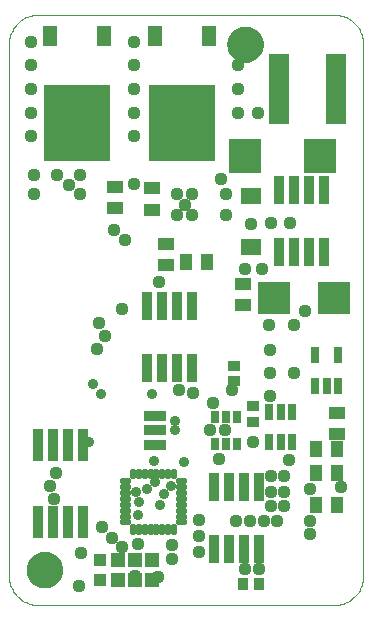
<source format=gts>
G75*
G70*
%OFA0B0*%
%FSLAX24Y24*%
%IPPOS*%
%LPD*%
%AMOC8*
5,1,8,0,0,1.08239X$1,22.5*
%
%ADD10C,0.0000*%
%ADD11R,0.2206X0.2521*%
%ADD12R,0.0474X0.0710*%
%ADD13R,0.0320X0.0950*%
%ADD14R,0.0395X0.0552*%
%ADD15R,0.0552X0.0395*%
%ADD16R,0.0297X0.0552*%
%ADD17R,0.0316X0.0434*%
%ADD18R,0.0434X0.0356*%
%ADD19R,0.0749X0.0356*%
%ADD20C,0.0099*%
%ADD21R,0.0460X0.0480*%
%ADD22R,0.0434X0.0395*%
%ADD23R,0.0320X0.1104*%
%ADD24R,0.0356X0.0434*%
%ADD25R,0.0659X0.0580*%
%ADD26R,0.0710X0.2324*%
%ADD27R,0.1084X0.1064*%
%ADD28R,0.1084X0.1143*%
%ADD29C,0.0500*%
%ADD30C,0.0474*%
%ADD31C,0.0437*%
%ADD32C,0.0358*%
D10*
X016013Y005469D02*
X016013Y023186D01*
X016014Y023186D02*
X016016Y023248D01*
X016022Y023309D01*
X016031Y023370D01*
X016045Y023431D01*
X016062Y023490D01*
X016083Y023548D01*
X016108Y023605D01*
X016136Y023660D01*
X016167Y023713D01*
X016202Y023764D01*
X016240Y023813D01*
X016281Y023860D01*
X016324Y023903D01*
X016371Y023944D01*
X016420Y023982D01*
X016471Y024017D01*
X016524Y024048D01*
X016579Y024076D01*
X016636Y024101D01*
X016694Y024122D01*
X016753Y024139D01*
X016814Y024153D01*
X016875Y024162D01*
X016936Y024168D01*
X016998Y024170D01*
X026840Y024170D01*
X026902Y024168D01*
X026963Y024162D01*
X027024Y024153D01*
X027085Y024139D01*
X027144Y024122D01*
X027202Y024101D01*
X027259Y024076D01*
X027314Y024048D01*
X027367Y024017D01*
X027418Y023982D01*
X027467Y023944D01*
X027514Y023903D01*
X027557Y023860D01*
X027598Y023813D01*
X027636Y023764D01*
X027671Y023713D01*
X027702Y023660D01*
X027730Y023605D01*
X027755Y023548D01*
X027776Y023490D01*
X027793Y023431D01*
X027807Y023370D01*
X027816Y023309D01*
X027822Y023248D01*
X027824Y023186D01*
X027824Y005469D01*
X027822Y005407D01*
X027816Y005346D01*
X027807Y005285D01*
X027793Y005224D01*
X027776Y005165D01*
X027755Y005107D01*
X027730Y005050D01*
X027702Y004995D01*
X027671Y004942D01*
X027636Y004891D01*
X027598Y004842D01*
X027557Y004795D01*
X027514Y004752D01*
X027467Y004711D01*
X027418Y004673D01*
X027367Y004638D01*
X027314Y004607D01*
X027259Y004579D01*
X027202Y004554D01*
X027144Y004533D01*
X027085Y004516D01*
X027024Y004502D01*
X026963Y004493D01*
X026902Y004487D01*
X026840Y004485D01*
X016998Y004485D01*
X016936Y004487D01*
X016875Y004493D01*
X016814Y004502D01*
X016753Y004516D01*
X016694Y004533D01*
X016636Y004554D01*
X016579Y004579D01*
X016524Y004607D01*
X016471Y004638D01*
X016420Y004673D01*
X016371Y004711D01*
X016324Y004752D01*
X016281Y004795D01*
X016240Y004842D01*
X016202Y004891D01*
X016167Y004942D01*
X016136Y004995D01*
X016108Y005050D01*
X016083Y005107D01*
X016062Y005165D01*
X016045Y005224D01*
X016031Y005285D01*
X016022Y005346D01*
X016016Y005407D01*
X016014Y005469D01*
D11*
X018285Y020575D03*
X021773Y020575D03*
D12*
X020876Y023449D03*
X019183Y023449D03*
X017387Y023449D03*
X022671Y023449D03*
D13*
X025027Y018310D03*
X025527Y018310D03*
X026027Y018310D03*
X026527Y018310D03*
X026527Y016250D03*
X026027Y016250D03*
X025527Y016250D03*
X025027Y016250D03*
X022118Y014452D03*
X021618Y014452D03*
X021118Y014452D03*
X020618Y014452D03*
X020618Y012392D03*
X021118Y012392D03*
X021618Y012392D03*
X022118Y012392D03*
X022862Y008428D03*
X023362Y008428D03*
X023862Y008428D03*
X024362Y008428D03*
X024362Y006368D03*
X023862Y006368D03*
X023362Y006368D03*
X022862Y006368D03*
D14*
X026250Y007831D03*
X026958Y007831D03*
X026958Y008894D03*
X026250Y008894D03*
X026250Y009682D03*
X026958Y009682D03*
X022628Y015941D03*
X021919Y015941D03*
D15*
X021250Y015823D03*
X021250Y016532D03*
X020777Y017674D03*
X020777Y018382D03*
X019557Y018422D03*
X019557Y017713D03*
X023809Y015193D03*
X023809Y014485D03*
X026958Y010902D03*
X026958Y010193D03*
D16*
X025442Y009918D03*
X025068Y009918D03*
X024694Y009918D03*
X024694Y010941D03*
X025068Y010941D03*
X025442Y010941D03*
X026230Y011808D03*
X026604Y011808D03*
X026978Y011808D03*
X026978Y012831D03*
X026230Y012831D03*
D17*
X023631Y010764D03*
X023257Y010764D03*
X022883Y010764D03*
X022883Y009859D03*
X023257Y009859D03*
X023631Y009859D03*
D18*
X024163Y010607D03*
X024163Y011119D03*
X023533Y011945D03*
X023533Y012457D03*
D19*
X020895Y010784D03*
X020895Y010312D03*
X020895Y009839D03*
D20*
X020865Y009004D02*
X020865Y008746D01*
X020865Y009004D02*
X020965Y009004D01*
X020965Y008746D01*
X020865Y008746D01*
X020865Y008844D02*
X020965Y008844D01*
X020965Y008942D02*
X020865Y008942D01*
X020668Y009004D02*
X020668Y008746D01*
X020668Y009004D02*
X020768Y009004D01*
X020768Y008746D01*
X020668Y008746D01*
X020668Y008844D02*
X020768Y008844D01*
X020768Y008942D02*
X020668Y008942D01*
X020471Y009004D02*
X020471Y008746D01*
X020471Y009004D02*
X020571Y009004D01*
X020571Y008746D01*
X020471Y008746D01*
X020471Y008844D02*
X020571Y008844D01*
X020571Y008942D02*
X020471Y008942D01*
X020274Y009004D02*
X020274Y008746D01*
X020274Y009004D02*
X020374Y009004D01*
X020374Y008746D01*
X020274Y008746D01*
X020274Y008844D02*
X020374Y008844D01*
X020374Y008942D02*
X020274Y008942D01*
X020078Y009004D02*
X020078Y008746D01*
X020078Y009004D02*
X020178Y009004D01*
X020178Y008746D01*
X020078Y008746D01*
X020078Y008844D02*
X020178Y008844D01*
X020178Y008942D02*
X020078Y008942D01*
X019762Y008688D02*
X019762Y008588D01*
X019762Y008688D02*
X020020Y008688D01*
X020020Y008588D01*
X019762Y008588D01*
X019762Y008686D02*
X020020Y008686D01*
X019762Y008491D02*
X019762Y008391D01*
X019762Y008491D02*
X020020Y008491D01*
X020020Y008391D01*
X019762Y008391D01*
X019762Y008489D02*
X020020Y008489D01*
X019762Y008295D02*
X019762Y008195D01*
X019762Y008295D02*
X020020Y008295D01*
X020020Y008195D01*
X019762Y008195D01*
X019762Y008293D02*
X020020Y008293D01*
X019762Y008098D02*
X019762Y007998D01*
X019762Y008098D02*
X020020Y008098D01*
X020020Y007998D01*
X019762Y007998D01*
X019762Y008096D02*
X020020Y008096D01*
X019762Y007901D02*
X019762Y007801D01*
X019762Y007901D02*
X020020Y007901D01*
X020020Y007801D01*
X019762Y007801D01*
X019762Y007899D02*
X020020Y007899D01*
X019762Y007704D02*
X019762Y007604D01*
X019762Y007704D02*
X020020Y007704D01*
X020020Y007604D01*
X019762Y007604D01*
X019762Y007702D02*
X020020Y007702D01*
X019762Y007507D02*
X019762Y007407D01*
X019762Y007507D02*
X020020Y007507D01*
X020020Y007407D01*
X019762Y007407D01*
X019762Y007505D02*
X020020Y007505D01*
X019762Y007310D02*
X019762Y007210D01*
X019762Y007310D02*
X020020Y007310D01*
X020020Y007210D01*
X019762Y007210D01*
X019762Y007308D02*
X020020Y007308D01*
X020078Y007153D02*
X020078Y006895D01*
X020078Y007153D02*
X020178Y007153D01*
X020178Y006895D01*
X020078Y006895D01*
X020078Y006993D02*
X020178Y006993D01*
X020178Y007091D02*
X020078Y007091D01*
X020274Y007153D02*
X020274Y006895D01*
X020274Y007153D02*
X020374Y007153D01*
X020374Y006895D01*
X020274Y006895D01*
X020274Y006993D02*
X020374Y006993D01*
X020374Y007091D02*
X020274Y007091D01*
X020471Y007153D02*
X020471Y006895D01*
X020471Y007153D02*
X020571Y007153D01*
X020571Y006895D01*
X020471Y006895D01*
X020471Y006993D02*
X020571Y006993D01*
X020571Y007091D02*
X020471Y007091D01*
X020668Y007153D02*
X020668Y006895D01*
X020668Y007153D02*
X020768Y007153D01*
X020768Y006895D01*
X020668Y006895D01*
X020668Y006993D02*
X020768Y006993D01*
X020768Y007091D02*
X020668Y007091D01*
X020865Y007153D02*
X020865Y006895D01*
X020865Y007153D02*
X020965Y007153D01*
X020965Y006895D01*
X020865Y006895D01*
X020865Y006993D02*
X020965Y006993D01*
X020965Y007091D02*
X020865Y007091D01*
X021062Y007153D02*
X021062Y006895D01*
X021062Y007153D02*
X021162Y007153D01*
X021162Y006895D01*
X021062Y006895D01*
X021062Y006993D02*
X021162Y006993D01*
X021162Y007091D02*
X021062Y007091D01*
X021259Y007153D02*
X021259Y006895D01*
X021259Y007153D02*
X021359Y007153D01*
X021359Y006895D01*
X021259Y006895D01*
X021259Y006993D02*
X021359Y006993D01*
X021359Y007091D02*
X021259Y007091D01*
X021455Y007153D02*
X021455Y006895D01*
X021455Y007153D02*
X021555Y007153D01*
X021555Y006895D01*
X021455Y006895D01*
X021455Y006993D02*
X021555Y006993D01*
X021555Y007091D02*
X021455Y007091D01*
X021613Y007210D02*
X021613Y007310D01*
X021871Y007310D01*
X021871Y007210D01*
X021613Y007210D01*
X021613Y007308D02*
X021871Y007308D01*
X021613Y007407D02*
X021613Y007507D01*
X021871Y007507D01*
X021871Y007407D01*
X021613Y007407D01*
X021613Y007505D02*
X021871Y007505D01*
X021613Y007604D02*
X021613Y007704D01*
X021871Y007704D01*
X021871Y007604D01*
X021613Y007604D01*
X021613Y007702D02*
X021871Y007702D01*
X021613Y007801D02*
X021613Y007901D01*
X021871Y007901D01*
X021871Y007801D01*
X021613Y007801D01*
X021613Y007899D02*
X021871Y007899D01*
X021613Y007998D02*
X021613Y008098D01*
X021871Y008098D01*
X021871Y007998D01*
X021613Y007998D01*
X021613Y008096D02*
X021871Y008096D01*
X021613Y008195D02*
X021613Y008295D01*
X021871Y008295D01*
X021871Y008195D01*
X021613Y008195D01*
X021613Y008293D02*
X021871Y008293D01*
X021613Y008391D02*
X021613Y008491D01*
X021871Y008491D01*
X021871Y008391D01*
X021613Y008391D01*
X021613Y008489D02*
X021871Y008489D01*
X021613Y008588D02*
X021613Y008688D01*
X021871Y008688D01*
X021871Y008588D01*
X021613Y008588D01*
X021613Y008686D02*
X021871Y008686D01*
X021455Y008746D02*
X021455Y009004D01*
X021555Y009004D01*
X021555Y008746D01*
X021455Y008746D01*
X021455Y008844D02*
X021555Y008844D01*
X021555Y008942D02*
X021455Y008942D01*
X021259Y009004D02*
X021259Y008746D01*
X021259Y009004D02*
X021359Y009004D01*
X021359Y008746D01*
X021259Y008746D01*
X021259Y008844D02*
X021359Y008844D01*
X021359Y008942D02*
X021259Y008942D01*
X021062Y009004D02*
X021062Y008746D01*
X021062Y009004D02*
X021162Y009004D01*
X021162Y008746D01*
X021062Y008746D01*
X021062Y008844D02*
X021162Y008844D01*
X021162Y008942D02*
X021062Y008942D01*
D21*
X020777Y006001D03*
X020226Y006001D03*
X019635Y006001D03*
X019635Y005331D03*
X020226Y005331D03*
X020777Y005331D03*
D22*
X019045Y005331D03*
X019045Y006001D03*
D23*
X018496Y007253D03*
X017996Y007253D03*
X017496Y007253D03*
X016996Y007253D03*
X016996Y009834D03*
X017496Y009834D03*
X017996Y009834D03*
X018496Y009834D03*
D24*
X023828Y005193D03*
X024340Y005193D03*
D25*
X024084Y016434D03*
X024084Y018127D03*
D26*
X025029Y021690D03*
X026919Y021690D03*
D27*
X026850Y014721D03*
X024862Y014721D03*
D28*
X023897Y019445D03*
X026397Y019445D03*
D29*
X023533Y023186D02*
X023535Y023223D01*
X023541Y023260D01*
X023550Y023295D01*
X023564Y023330D01*
X023580Y023363D01*
X023601Y023394D01*
X023624Y023423D01*
X023650Y023449D01*
X023679Y023472D01*
X023710Y023493D01*
X023743Y023509D01*
X023778Y023523D01*
X023813Y023532D01*
X023850Y023538D01*
X023887Y023540D01*
X023924Y023538D01*
X023961Y023532D01*
X023996Y023523D01*
X024031Y023509D01*
X024064Y023493D01*
X024095Y023472D01*
X024124Y023449D01*
X024150Y023423D01*
X024173Y023394D01*
X024194Y023363D01*
X024210Y023330D01*
X024224Y023295D01*
X024233Y023260D01*
X024239Y023223D01*
X024241Y023186D01*
X024239Y023149D01*
X024233Y023112D01*
X024224Y023077D01*
X024210Y023042D01*
X024194Y023009D01*
X024173Y022978D01*
X024150Y022949D01*
X024124Y022923D01*
X024095Y022900D01*
X024064Y022879D01*
X024031Y022863D01*
X023996Y022849D01*
X023961Y022840D01*
X023924Y022834D01*
X023887Y022832D01*
X023850Y022834D01*
X023813Y022840D01*
X023778Y022849D01*
X023743Y022863D01*
X023710Y022879D01*
X023679Y022900D01*
X023650Y022923D01*
X023624Y022949D01*
X023601Y022978D01*
X023580Y023009D01*
X023564Y023042D01*
X023550Y023077D01*
X023541Y023112D01*
X023535Y023149D01*
X023533Y023186D01*
X016840Y005666D02*
X016842Y005703D01*
X016848Y005740D01*
X016857Y005775D01*
X016871Y005810D01*
X016887Y005843D01*
X016908Y005874D01*
X016931Y005903D01*
X016957Y005929D01*
X016986Y005952D01*
X017017Y005973D01*
X017050Y005989D01*
X017085Y006003D01*
X017120Y006012D01*
X017157Y006018D01*
X017194Y006020D01*
X017231Y006018D01*
X017268Y006012D01*
X017303Y006003D01*
X017338Y005989D01*
X017371Y005973D01*
X017402Y005952D01*
X017431Y005929D01*
X017457Y005903D01*
X017480Y005874D01*
X017501Y005843D01*
X017517Y005810D01*
X017531Y005775D01*
X017540Y005740D01*
X017546Y005703D01*
X017548Y005666D01*
X017546Y005629D01*
X017540Y005592D01*
X017531Y005557D01*
X017517Y005522D01*
X017501Y005489D01*
X017480Y005458D01*
X017457Y005429D01*
X017431Y005403D01*
X017402Y005380D01*
X017371Y005359D01*
X017338Y005343D01*
X017303Y005329D01*
X017268Y005320D01*
X017231Y005314D01*
X017194Y005312D01*
X017157Y005314D01*
X017120Y005320D01*
X017085Y005329D01*
X017050Y005343D01*
X017017Y005359D01*
X016986Y005380D01*
X016957Y005403D01*
X016931Y005429D01*
X016908Y005458D01*
X016887Y005489D01*
X016871Y005522D01*
X016857Y005557D01*
X016848Y005592D01*
X016842Y005629D01*
X016840Y005666D01*
D30*
X017194Y005666D03*
X023887Y023186D03*
D31*
X023651Y022477D03*
X023651Y021690D03*
X023651Y020902D03*
X024320Y020902D03*
X024163Y019682D03*
X023690Y019682D03*
X023690Y019209D03*
X024163Y019209D03*
X023100Y018697D03*
X023257Y018186D03*
X023257Y017477D03*
X024084Y017201D03*
X024753Y017241D03*
X025383Y017241D03*
X024439Y015705D03*
X023887Y015705D03*
X024596Y014957D03*
X024596Y014485D03*
X024675Y013816D03*
X025502Y013816D03*
X025895Y014288D03*
X024714Y012989D03*
X024714Y012241D03*
X025502Y012241D03*
X024714Y011453D03*
X023454Y011650D03*
X022824Y011217D03*
X022155Y011571D03*
X021683Y011650D03*
X022706Y010312D03*
X023218Y010312D03*
X024163Y009918D03*
X023021Y009367D03*
X024753Y008776D03*
X025187Y008776D03*
X025187Y008264D03*
X024753Y008264D03*
X024753Y007792D03*
X025187Y007792D03*
X024950Y007280D03*
X024517Y007280D03*
X024045Y007280D03*
X023572Y007280D03*
X022352Y007319D03*
X022352Y006808D03*
X022352Y006256D03*
X021446Y006020D03*
X021446Y006493D03*
X020305Y006532D03*
X019793Y006414D03*
X019439Y006729D03*
X019124Y007083D03*
X018415Y006217D03*
X018336Y005115D03*
X020226Y005469D03*
X020974Y005430D03*
X023887Y005705D03*
X024360Y005705D03*
X026053Y006847D03*
X026053Y007280D03*
X026053Y008343D03*
X027076Y008422D03*
X025344Y009327D03*
X018966Y013028D03*
X019202Y013461D03*
X019005Y013894D03*
X019793Y014367D03*
X021013Y015272D03*
X019872Y016650D03*
X019517Y017004D03*
X018376Y018186D03*
X018021Y018501D03*
X018376Y018816D03*
X017628Y018816D03*
X016840Y018816D03*
X016840Y018186D03*
X020187Y018540D03*
X021604Y018186D03*
X021879Y017831D03*
X022116Y018186D03*
X022116Y017477D03*
X021604Y017477D03*
X020187Y020115D03*
X020187Y020902D03*
X020187Y021690D03*
X020187Y022477D03*
X020187Y023264D03*
X016761Y023264D03*
X016761Y022477D03*
X016761Y021690D03*
X016761Y020902D03*
X016761Y020115D03*
X026643Y019721D03*
X026643Y019209D03*
X017588Y008894D03*
X017391Y008461D03*
X017509Y008028D03*
D32*
X020265Y008264D03*
X020344Y007910D03*
X020620Y008343D03*
X020895Y008579D03*
X021171Y008186D03*
X021407Y008461D03*
X021053Y007831D03*
X020305Y007477D03*
X020856Y009288D03*
X021840Y009249D03*
X021565Y010312D03*
X021565Y010627D03*
X020797Y011532D03*
X019084Y011532D03*
X018809Y011847D03*
X018690Y009918D03*
M02*

</source>
